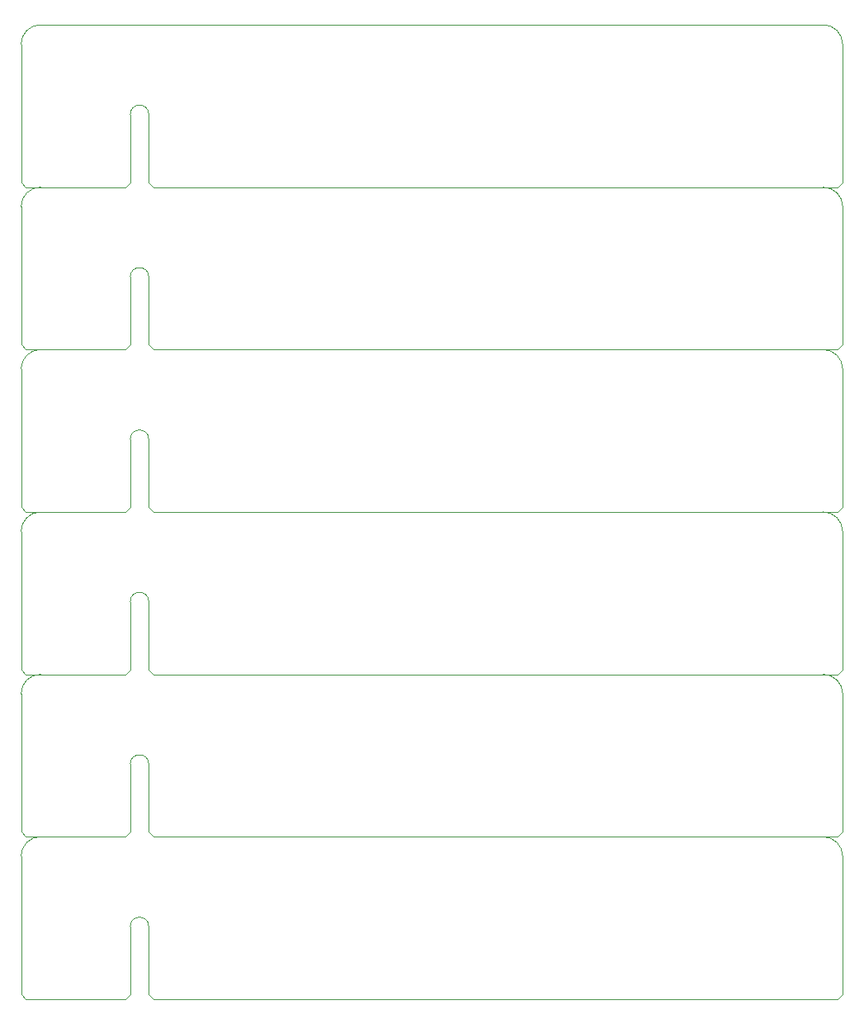
<source format=gbr>
G04 #@! TF.GenerationSoftware,KiCad,Pcbnew,(5.1.5)-3*
G04 #@! TF.CreationDate,2020-03-05T02:28:17+09:00*
G04 #@! TF.ProjectId,PCIeAdapter_x6,50434965-4164-4617-9074-65725f78362e,rev?*
G04 #@! TF.SameCoordinates,Original*
G04 #@! TF.FileFunction,Profile,NP*
%FSLAX46Y46*%
G04 Gerber Fmt 4.6, Leading zero omitted, Abs format (unit mm)*
G04 Created by KiCad (PCBNEW (5.1.5)-3) date 2020-03-05 02:28:17*
%MOMM*%
%LPD*%
G04 APERTURE LIST*
%ADD10C,0.100000*%
G04 APERTURE END LIST*
D10*
X191650000Y-48550000D02*
G75*
G02X193650000Y-50550000I0J-2000000D01*
G01*
X191650000Y-65200000D02*
G75*
G02X193650000Y-67200000I0J-2000000D01*
G01*
X191650000Y-81850000D02*
G75*
G02X193650000Y-83850000I0J-2000000D01*
G01*
X191650000Y-98500000D02*
G75*
G02X193650000Y-100500000I0J-2000000D01*
G01*
X191650000Y-115150000D02*
G75*
G02X193650000Y-117150000I0J-2000000D01*
G01*
X193650000Y-56800000D02*
X193650000Y-50550000D01*
X193650000Y-73450000D02*
X193650000Y-67200000D01*
X193650000Y-90100000D02*
X193650000Y-83850000D01*
X193650000Y-106750000D02*
X193650000Y-100500000D01*
X193650000Y-123400000D02*
X193650000Y-117150000D01*
X109350000Y-56800000D02*
X109350000Y-50550000D01*
X109350000Y-73450000D02*
X109350000Y-67200000D01*
X109350000Y-90100000D02*
X109350000Y-83850000D01*
X109350000Y-106750000D02*
X109350000Y-100500000D01*
X109350000Y-123400000D02*
X109350000Y-117150000D01*
X109350000Y-50550000D02*
G75*
G02X111350000Y-48550000I2000000J0D01*
G01*
X109350000Y-67200000D02*
G75*
G02X111350000Y-65200000I2000000J0D01*
G01*
X109350000Y-83850000D02*
G75*
G02X111350000Y-81850000I2000000J0D01*
G01*
X109350000Y-100500000D02*
G75*
G02X111350000Y-98500000I2000000J0D01*
G01*
X109350000Y-117150000D02*
G75*
G02X111350000Y-115150000I2000000J0D01*
G01*
X111350000Y-48550000D02*
X191650000Y-48550000D01*
X191650000Y-131800000D02*
G75*
G02X193650000Y-133800000I0J-2000000D01*
G01*
X109350000Y-133800000D02*
G75*
G02X111350000Y-131800000I2000000J0D01*
G01*
X109350000Y-140050000D02*
X109350000Y-133800000D01*
X193650000Y-140050000D02*
X193650000Y-133800000D01*
X120550000Y-57750000D02*
X120550000Y-64700000D01*
X122450000Y-57750000D02*
X122450000Y-64700000D01*
X109350000Y-56800000D02*
X109350000Y-64700000D01*
X109850000Y-65200000D02*
X120050000Y-65200000D01*
X193650000Y-56800000D02*
X193650000Y-64700000D01*
X122950000Y-65200000D02*
X193150000Y-65200000D01*
X109350000Y-64700000D02*
X109850000Y-65200000D01*
X120550000Y-64700000D02*
X120050000Y-65200000D01*
X122450000Y-64700000D02*
X122950000Y-65200000D01*
X193650000Y-64700000D02*
X193150000Y-65200000D01*
X120550000Y-57750000D02*
G75*
G02X122450000Y-57750000I950000J0D01*
G01*
X120550000Y-74400000D02*
X120550000Y-81350000D01*
X122450000Y-74400000D02*
X122450000Y-81350000D01*
X109350000Y-73450000D02*
X109350000Y-81350000D01*
X109850000Y-81850000D02*
X120050000Y-81850000D01*
X193650000Y-73450000D02*
X193650000Y-81350000D01*
X122950000Y-81850000D02*
X193150000Y-81850000D01*
X109350000Y-81350000D02*
X109850000Y-81850000D01*
X120550000Y-81350000D02*
X120050000Y-81850000D01*
X122450000Y-81350000D02*
X122950000Y-81850000D01*
X193650000Y-81350000D02*
X193150000Y-81850000D01*
X120550000Y-74400000D02*
G75*
G02X122450000Y-74400000I950000J0D01*
G01*
X120550000Y-91050000D02*
X120550000Y-98000000D01*
X122450000Y-91050000D02*
X122450000Y-98000000D01*
X109350000Y-90100000D02*
X109350000Y-98000000D01*
X109850000Y-98500000D02*
X120050000Y-98500000D01*
X193650000Y-90100000D02*
X193650000Y-98000000D01*
X122950000Y-98500000D02*
X193150000Y-98500000D01*
X109350000Y-98000000D02*
X109850000Y-98500000D01*
X120550000Y-98000000D02*
X120050000Y-98500000D01*
X122450000Y-98000000D02*
X122950000Y-98500000D01*
X193650000Y-98000000D02*
X193150000Y-98500000D01*
X120550000Y-91050000D02*
G75*
G02X122450000Y-91050000I950000J0D01*
G01*
X120550000Y-107700000D02*
X120550000Y-114650000D01*
X122450000Y-107700000D02*
X122450000Y-114650000D01*
X109350000Y-106750000D02*
X109350000Y-114650000D01*
X109850000Y-115150000D02*
X120050000Y-115150000D01*
X193650000Y-106750000D02*
X193650000Y-114650000D01*
X122950000Y-115150000D02*
X193150000Y-115150000D01*
X109350000Y-114650000D02*
X109850000Y-115150000D01*
X120550000Y-114650000D02*
X120050000Y-115150000D01*
X122450000Y-114650000D02*
X122950000Y-115150000D01*
X193650000Y-114650000D02*
X193150000Y-115150000D01*
X120550000Y-107700000D02*
G75*
G02X122450000Y-107700000I950000J0D01*
G01*
X120550000Y-124350000D02*
X120550000Y-131300000D01*
X122450000Y-124350000D02*
X122450000Y-131300000D01*
X109350000Y-123400000D02*
X109350000Y-131300000D01*
X109850000Y-131800000D02*
X120050000Y-131800000D01*
X193650000Y-123400000D02*
X193650000Y-131300000D01*
X122950000Y-131800000D02*
X193150000Y-131800000D01*
X109350000Y-131300000D02*
X109850000Y-131800000D01*
X120550000Y-131300000D02*
X120050000Y-131800000D01*
X122450000Y-131300000D02*
X122950000Y-131800000D01*
X193650000Y-131300000D02*
X193150000Y-131800000D01*
X120550000Y-124350000D02*
G75*
G02X122450000Y-124350000I950000J0D01*
G01*
X120550000Y-141000000D02*
G75*
G02X122450000Y-141000000I950000J0D01*
G01*
X193650000Y-147950000D02*
X193150000Y-148450000D01*
X122450000Y-147950000D02*
X122950000Y-148450000D01*
X120550000Y-147950000D02*
X120050000Y-148450000D01*
X109350000Y-147950000D02*
X109850000Y-148450000D01*
X122950000Y-148450000D02*
X193150000Y-148450000D01*
X193650000Y-140050000D02*
X193650000Y-147950000D01*
X109850000Y-148450000D02*
X120050000Y-148450000D01*
X109350000Y-140050000D02*
X109350000Y-147950000D01*
X122450000Y-141000000D02*
X122450000Y-147950000D01*
X120550000Y-141000000D02*
X120550000Y-147950000D01*
M02*

</source>
